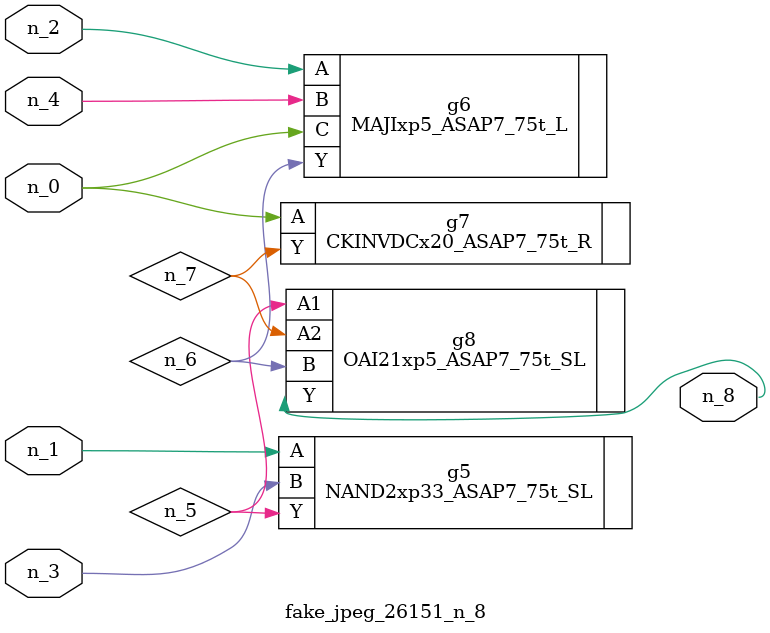
<source format=v>
module fake_jpeg_26151_n_8 (n_3, n_2, n_1, n_0, n_4, n_8);

input n_3;
input n_2;
input n_1;
input n_0;
input n_4;

output n_8;

wire n_6;
wire n_5;
wire n_7;

NAND2xp33_ASAP7_75t_SL g5 ( 
.A(n_1),
.B(n_3),
.Y(n_5)
);

MAJIxp5_ASAP7_75t_L g6 ( 
.A(n_2),
.B(n_4),
.C(n_0),
.Y(n_6)
);

CKINVDCx20_ASAP7_75t_R g7 ( 
.A(n_0),
.Y(n_7)
);

OAI21xp5_ASAP7_75t_SL g8 ( 
.A1(n_5),
.A2(n_7),
.B(n_6),
.Y(n_8)
);


endmodule
</source>
